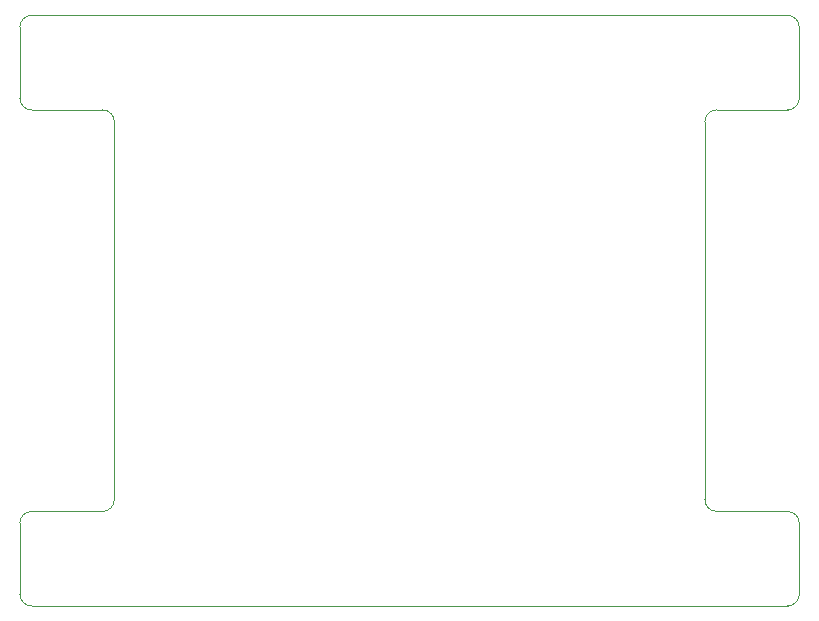
<source format=gbr>
%TF.GenerationSoftware,KiCad,Pcbnew,5.99.0-unknown-5db75805bd~106~ubuntu20.04.1*%
%TF.CreationDate,2021-01-04T23:22:10+00:00*%
%TF.ProjectId,minidriver,6d696e69-6472-4697-9665-722e6b696361,rev?*%
%TF.SameCoordinates,Original*%
%TF.FileFunction,Profile,NP*%
%FSLAX46Y46*%
G04 Gerber Fmt 4.6, Leading zero omitted, Abs format (unit mm)*
G04 Created by KiCad (PCBNEW 5.99.0-unknown-5db75805bd~106~ubuntu20.04.1) date 2021-01-04 23:22:10*
%MOMM*%
%LPD*%
G01*
G04 APERTURE LIST*
%TA.AperFunction,Profile*%
%ADD10C,0.050000*%
%TD*%
G04 APERTURE END LIST*
D10*
X100000000Y-109000000D02*
G75*
G03*
X99000000Y-108000000I-1000000J0D01*
G01*
X93000000Y-142000000D02*
X99000000Y-142000000D01*
X93000000Y-142000000D02*
G75*
G03*
X92000000Y-143000000I0J-1000000D01*
G01*
X92000000Y-149000000D02*
X92000000Y-143000000D01*
X151000000Y-142000000D02*
X157000000Y-142000000D01*
X158000000Y-101000000D02*
G75*
G03*
X157000000Y-100000000I-1000000J0D01*
G01*
X150000000Y-141000000D02*
X150000000Y-109000000D01*
X151000000Y-142000000D02*
G75*
G02*
X150000000Y-141000000I0J1000000D01*
G01*
X92000000Y-101000000D02*
X92000000Y-107000000D01*
X93000000Y-100000000D02*
G75*
G03*
X92000000Y-101000000I0J-1000000D01*
G01*
X157000000Y-108000000D02*
G75*
G03*
X158000000Y-107000000I0J1000000D01*
G01*
X158000000Y-107000000D02*
X158000000Y-101000000D01*
X158000000Y-143000000D02*
X158000000Y-149000000D01*
X93000000Y-150000000D02*
X157000000Y-150000000D01*
X92000000Y-107000000D02*
G75*
G03*
X93000000Y-108000000I1000000J0D01*
G01*
X157000000Y-100000000D02*
X93000000Y-100000000D01*
X158000000Y-143000000D02*
G75*
G03*
X157000000Y-142000000I-1000000J0D01*
G01*
X92000000Y-149000000D02*
G75*
G03*
X93000000Y-150000000I1000000J0D01*
G01*
X150000000Y-109000000D02*
G75*
G02*
X151000000Y-108000000I1000000J0D01*
G01*
X157000000Y-150000000D02*
G75*
G03*
X158000000Y-149000000I0J1000000D01*
G01*
X93000000Y-108000000D02*
X99000000Y-108000000D01*
X100000000Y-141000000D02*
G75*
G02*
X99000000Y-142000000I-1000000J0D01*
G01*
X151000000Y-108000000D02*
X157000000Y-108000000D01*
X100000000Y-109000000D02*
X100000000Y-141000000D01*
M02*

</source>
